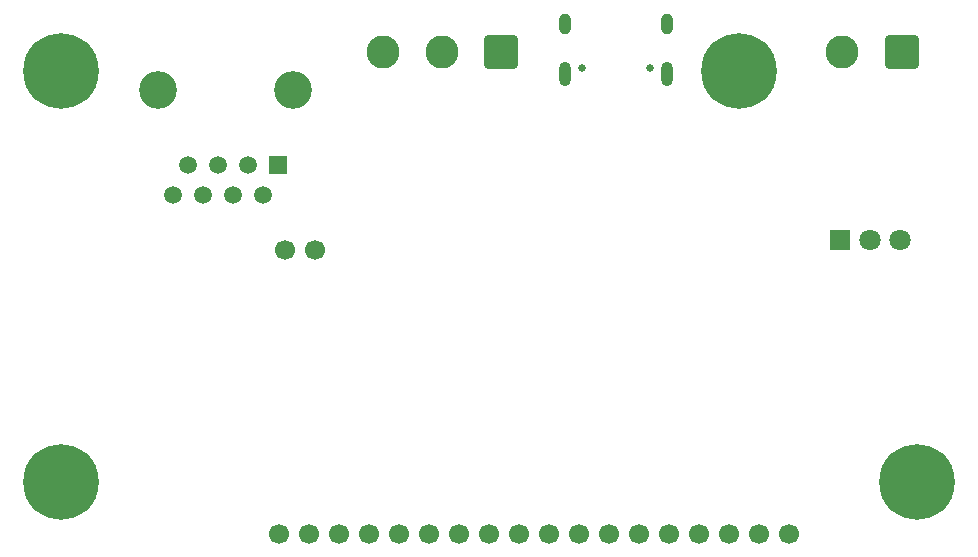
<source format=gbr>
%TF.GenerationSoftware,KiCad,Pcbnew,9.0.4*%
%TF.CreationDate,2025-09-14T05:25:08-04:00*%
%TF.ProjectId,HabitatCAN Dev Board (ESP32),48616269-7461-4744-9341-4e2044657620,3*%
%TF.SameCoordinates,Original*%
%TF.FileFunction,Soldermask,Bot*%
%TF.FilePolarity,Negative*%
%FSLAX46Y46*%
G04 Gerber Fmt 4.6, Leading zero omitted, Abs format (unit mm)*
G04 Created by KiCad (PCBNEW 9.0.4) date 2025-09-14 05:25:08*
%MOMM*%
%LPD*%
G01*
G04 APERTURE LIST*
G04 Aperture macros list*
%AMRoundRect*
0 Rectangle with rounded corners*
0 $1 Rounding radius*
0 $2 $3 $4 $5 $6 $7 $8 $9 X,Y pos of 4 corners*
0 Add a 4 corners polygon primitive as box body*
4,1,4,$2,$3,$4,$5,$6,$7,$8,$9,$2,$3,0*
0 Add four circle primitives for the rounded corners*
1,1,$1+$1,$2,$3*
1,1,$1+$1,$4,$5*
1,1,$1+$1,$6,$7*
1,1,$1+$1,$8,$9*
0 Add four rect primitives between the rounded corners*
20,1,$1+$1,$2,$3,$4,$5,0*
20,1,$1+$1,$4,$5,$6,$7,0*
20,1,$1+$1,$6,$7,$8,$9,0*
20,1,$1+$1,$8,$9,$2,$3,0*%
G04 Aperture macros list end*
%ADD10C,1.700000*%
%ADD11C,0.800000*%
%ADD12C,6.400000*%
%ADD13RoundRect,0.250001X1.149999X1.149999X-1.149999X1.149999X-1.149999X-1.149999X1.149999X-1.149999X0*%
%ADD14C,2.800000*%
%ADD15R,1.800000X1.800000*%
%ADD16C,1.800000*%
%ADD17C,0.650000*%
%ADD18O,1.000000X2.100000*%
%ADD19O,1.000000X1.800000*%
%ADD20C,3.200000*%
%ADD21R,1.500000X1.500000*%
%ADD22C,1.500000*%
G04 APERTURE END LIST*
D10*
%TO.C,J1*%
X116560000Y-126345000D03*
X119100000Y-126345000D03*
X121640000Y-126345000D03*
X124180000Y-126345000D03*
X126720000Y-126345000D03*
X129260000Y-126345000D03*
X131800000Y-126345000D03*
X134340000Y-126345000D03*
X136880000Y-126345000D03*
X139420000Y-126345000D03*
X141960000Y-126345000D03*
X144500000Y-126345000D03*
X147040000Y-126345000D03*
X149580000Y-126345000D03*
X152120000Y-126345000D03*
X154660000Y-126345000D03*
X157200000Y-126345000D03*
X159740000Y-126345000D03*
%TD*%
D11*
%TO.C,H2*%
X95745000Y-121997944D03*
X96447944Y-120300888D03*
X96447944Y-123695000D03*
X98145000Y-119597944D03*
D12*
X98145000Y-121997944D03*
D11*
X98145000Y-124397944D03*
X99842056Y-120300888D03*
X99842056Y-123695000D03*
X100545000Y-121997944D03*
%TD*%
D13*
%TO.C,J2*%
X135400000Y-85600000D03*
D14*
X130400000Y-85600000D03*
X125400000Y-85600000D03*
%TD*%
D11*
%TO.C,H1*%
X95745000Y-87147944D03*
X96447944Y-85450888D03*
X96447944Y-88845000D03*
X98145000Y-84747944D03*
D12*
X98145000Y-87147944D03*
D11*
X98145000Y-89547944D03*
X99842056Y-85450888D03*
X99842056Y-88845000D03*
X100545000Y-87147944D03*
%TD*%
D15*
%TO.C,U4*%
X164092247Y-101500000D03*
D16*
X166632247Y-101500000D03*
X169172247Y-101500000D03*
%TD*%
D11*
%TO.C,H4*%
X153150000Y-87147056D03*
X153852944Y-85450000D03*
X153852944Y-88844112D03*
X155550000Y-84747056D03*
D12*
X155550000Y-87147056D03*
D11*
X155550000Y-89547056D03*
X157247056Y-85450000D03*
X157247056Y-88844112D03*
X157950000Y-87147056D03*
%TD*%
D13*
%TO.C,J4*%
X169300000Y-85600000D03*
D14*
X164300000Y-85600000D03*
%TD*%
D10*
%TO.C,JP1*%
X119610444Y-102345000D03*
X117070444Y-102345000D03*
%TD*%
D17*
%TO.C,J5*%
X148008220Y-86883102D03*
X142228220Y-86883102D03*
D18*
X149438220Y-87383102D03*
D19*
X149438220Y-83203102D03*
D18*
X140798220Y-87383102D03*
D19*
X140798220Y-83203102D03*
%TD*%
D11*
%TO.C,H3*%
X168199758Y-121997944D03*
X168902702Y-120300888D03*
X168902702Y-123695000D03*
X170599758Y-119597944D03*
D12*
X170599758Y-121997944D03*
D11*
X170599758Y-124397944D03*
X172296814Y-120300888D03*
X172296814Y-123695000D03*
X172999758Y-121997944D03*
%TD*%
D20*
%TO.C,J3*%
X117762944Y-88768412D03*
X106332944Y-88768412D03*
D21*
X116492944Y-95118412D03*
D22*
X115222944Y-97658412D03*
X113952944Y-95118412D03*
X112682944Y-97658412D03*
X111412944Y-95118412D03*
X110142944Y-97658412D03*
X108872944Y-95118412D03*
X107602944Y-97658412D03*
%TD*%
M02*

</source>
